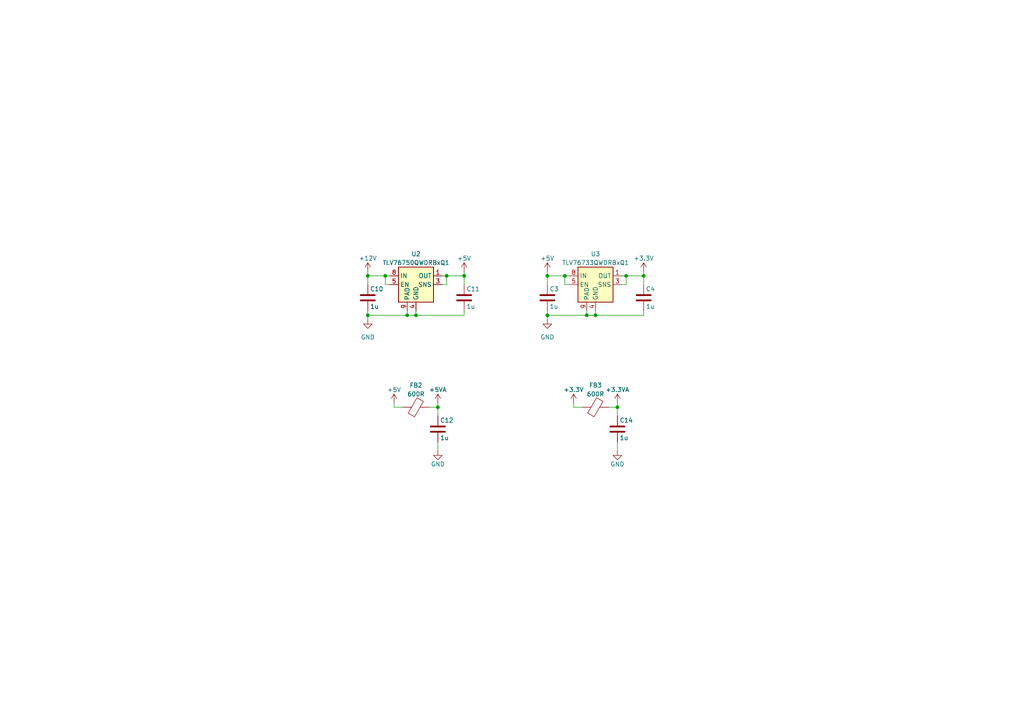
<source format=kicad_sch>
(kicad_sch (version 20230121) (generator eeschema)

  (uuid b025c74a-b116-49b1-a5dd-d4e98e3a08fc)

  (paper "A4")

  (title_block
    (title "Motor Control Brain Board")
    (rev "a")
  )

  (lib_symbols
    (symbol "Device:C" (pin_numbers hide) (pin_names (offset 0.254)) (in_bom yes) (on_board yes)
      (property "Reference" "C" (at 0.635 2.54 0)
        (effects (font (size 1.27 1.27)) (justify left))
      )
      (property "Value" "C" (at 0.635 -2.54 0)
        (effects (font (size 1.27 1.27)) (justify left))
      )
      (property "Footprint" "" (at 0.9652 -3.81 0)
        (effects (font (size 1.27 1.27)) hide)
      )
      (property "Datasheet" "~" (at 0 0 0)
        (effects (font (size 1.27 1.27)) hide)
      )
      (property "ki_keywords" "cap capacitor" (at 0 0 0)
        (effects (font (size 1.27 1.27)) hide)
      )
      (property "ki_description" "Unpolarized capacitor" (at 0 0 0)
        (effects (font (size 1.27 1.27)) hide)
      )
      (property "ki_fp_filters" "C_*" (at 0 0 0)
        (effects (font (size 1.27 1.27)) hide)
      )
      (symbol "C_0_1"
        (polyline
          (pts
            (xy -2.032 -0.762)
            (xy 2.032 -0.762)
          )
          (stroke (width 0.508) (type default))
          (fill (type none))
        )
        (polyline
          (pts
            (xy -2.032 0.762)
            (xy 2.032 0.762)
          )
          (stroke (width 0.508) (type default))
          (fill (type none))
        )
      )
      (symbol "C_1_1"
        (pin passive line (at 0 3.81 270) (length 2.794)
          (name "~" (effects (font (size 1.27 1.27))))
          (number "1" (effects (font (size 1.27 1.27))))
        )
        (pin passive line (at 0 -3.81 90) (length 2.794)
          (name "~" (effects (font (size 1.27 1.27))))
          (number "2" (effects (font (size 1.27 1.27))))
        )
      )
    )
    (symbol "Device:FerriteBead" (pin_numbers hide) (pin_names (offset 0)) (in_bom yes) (on_board yes)
      (property "Reference" "FB" (at -3.81 0.635 90)
        (effects (font (size 1.27 1.27)))
      )
      (property "Value" "FerriteBead" (at 3.81 0 90)
        (effects (font (size 1.27 1.27)))
      )
      (property "Footprint" "" (at -1.778 0 90)
        (effects (font (size 1.27 1.27)) hide)
      )
      (property "Datasheet" "~" (at 0 0 0)
        (effects (font (size 1.27 1.27)) hide)
      )
      (property "ki_keywords" "L ferrite bead inductor filter" (at 0 0 0)
        (effects (font (size 1.27 1.27)) hide)
      )
      (property "ki_description" "Ferrite bead" (at 0 0 0)
        (effects (font (size 1.27 1.27)) hide)
      )
      (property "ki_fp_filters" "Inductor_* L_* *Ferrite*" (at 0 0 0)
        (effects (font (size 1.27 1.27)) hide)
      )
      (symbol "FerriteBead_0_1"
        (polyline
          (pts
            (xy 0 -1.27)
            (xy 0 -1.2192)
          )
          (stroke (width 0) (type default))
          (fill (type none))
        )
        (polyline
          (pts
            (xy 0 1.27)
            (xy 0 1.2954)
          )
          (stroke (width 0) (type default))
          (fill (type none))
        )
        (polyline
          (pts
            (xy -2.7686 0.4064)
            (xy -1.7018 2.2606)
            (xy 2.7686 -0.3048)
            (xy 1.6764 -2.159)
            (xy -2.7686 0.4064)
          )
          (stroke (width 0) (type default))
          (fill (type none))
        )
      )
      (symbol "FerriteBead_1_1"
        (pin passive line (at 0 3.81 270) (length 2.54)
          (name "~" (effects (font (size 1.27 1.27))))
          (number "1" (effects (font (size 1.27 1.27))))
        )
        (pin passive line (at 0 -3.81 90) (length 2.54)
          (name "~" (effects (font (size 1.27 1.27))))
          (number "2" (effects (font (size 1.27 1.27))))
        )
      )
    )
    (symbol "Regulator_Linear:TLV76733QWDRBxQ1" (in_bom yes) (on_board yes)
      (property "Reference" "U" (at 0 8.89 0)
        (effects (font (size 1.27 1.27)))
      )
      (property "Value" "TLV76733QWDRBxQ1" (at 0 6.35 0)
        (effects (font (size 1.27 1.27)))
      )
      (property "Footprint" "Package_SON:VSON-8-1EP_3x3mm_P0.65mm_EP1.65x2.4mm" (at 0 11.43 0)
        (effects (font (size 1.27 1.27)) hide)
      )
      (property "Datasheet" "www.ti.com/lit/gpn/TLV767-q1" (at -1.27 0 0)
        (effects (font (size 1.27 1.27)) hide)
      )
      (property "ki_keywords" "1A 16V Precision Linear Voltage Regulator" (at 0 0 0)
        (effects (font (size 1.27 1.27)) hide)
      )
      (property "ki_description" "1A, 16V Precision Linear Voltage Regulator, with enable pin, Fixed Output 3.3V, VSON-8" (at 0 0 0)
        (effects (font (size 1.27 1.27)) hide)
      )
      (property "ki_fp_filters" "VSON*1EP*3x3mm*P0.65mm*" (at 0 0 0)
        (effects (font (size 1.27 1.27)) hide)
      )
      (symbol "TLV76733QWDRBxQ1_0_1"
        (rectangle (start -5.08 5.08) (end 5.08 -5.08)
          (stroke (width 0.254) (type default))
          (fill (type background))
        )
      )
      (symbol "TLV76733QWDRBxQ1_1_1"
        (pin power_out line (at 7.62 2.54 180) (length 2.54)
          (name "OUT" (effects (font (size 1.27 1.27))))
          (number "1" (effects (font (size 1.27 1.27))))
        )
        (pin no_connect line (at 5.08 -2.54 180) (length 2.54) hide
          (name "NC" (effects (font (size 1.27 1.27))))
          (number "2" (effects (font (size 1.27 1.27))))
        )
        (pin input line (at 7.62 0 180) (length 2.54)
          (name "SNS" (effects (font (size 1.27 1.27))))
          (number "3" (effects (font (size 1.27 1.27))))
        )
        (pin power_in line (at 0 -7.62 90) (length 2.54)
          (name "GND" (effects (font (size 1.27 1.27))))
          (number "4" (effects (font (size 1.27 1.27))))
        )
        (pin input line (at -7.62 0 0) (length 2.54)
          (name "EN" (effects (font (size 1.27 1.27))))
          (number "5" (effects (font (size 1.27 1.27))))
        )
        (pin passive line (at 0 -7.62 90) (length 2.54) hide
          (name "GND" (effects (font (size 1.27 1.27))))
          (number "6" (effects (font (size 1.27 1.27))))
        )
        (pin no_connect line (at -5.08 -2.54 0) (length 2.54) hide
          (name "NC" (effects (font (size 1.27 1.27))))
          (number "7" (effects (font (size 1.27 1.27))))
        )
        (pin power_in line (at -7.62 2.54 0) (length 2.54)
          (name "IN" (effects (font (size 1.27 1.27))))
          (number "8" (effects (font (size 1.27 1.27))))
        )
        (pin passive line (at -2.54 -7.62 90) (length 2.54)
          (name "PAD" (effects (font (size 1.27 1.27))))
          (number "9" (effects (font (size 1.27 1.27))))
        )
      )
    )
    (symbol "Regulator_Linear:TLV76750QWDRBxQ1" (in_bom yes) (on_board yes)
      (property "Reference" "U" (at 0 8.89 0)
        (effects (font (size 1.27 1.27)))
      )
      (property "Value" "TLV76750QWDRBxQ1" (at 0 6.35 0)
        (effects (font (size 1.27 1.27)))
      )
      (property "Footprint" "Package_SON:VSON-8-1EP_3x3mm_P0.65mm_EP1.65x2.4mm" (at 0 11.43 0)
        (effects (font (size 1.27 1.27)) hide)
      )
      (property "Datasheet" "www.ti.com/lit/gpn/TLV767-q1" (at -1.27 0 0)
        (effects (font (size 1.27 1.27)) hide)
      )
      (property "ki_keywords" "1A 16V Precision Linear Voltage Regulator" (at 0 0 0)
        (effects (font (size 1.27 1.27)) hide)
      )
      (property "ki_description" "1A, 16V Precision Linear Voltage Regulator, with enable pin, Fixed Output 5.0V, VSON-8" (at 0 0 0)
        (effects (font (size 1.27 1.27)) hide)
      )
      (property "ki_fp_filters" "VSON*1EP*3x3mm*P0.65mm*" (at 0 0 0)
        (effects (font (size 1.27 1.27)) hide)
      )
      (symbol "TLV76750QWDRBxQ1_0_1"
        (rectangle (start -5.08 5.08) (end 5.08 -5.08)
          (stroke (width 0.254) (type default))
          (fill (type background))
        )
      )
      (symbol "TLV76750QWDRBxQ1_1_1"
        (pin power_out line (at 7.62 2.54 180) (length 2.54)
          (name "OUT" (effects (font (size 1.27 1.27))))
          (number "1" (effects (font (size 1.27 1.27))))
        )
        (pin no_connect line (at 5.08 -2.54 180) (length 2.54) hide
          (name "NC" (effects (font (size 1.27 1.27))))
          (number "2" (effects (font (size 1.27 1.27))))
        )
        (pin input line (at 7.62 0 180) (length 2.54)
          (name "SNS" (effects (font (size 1.27 1.27))))
          (number "3" (effects (font (size 1.27 1.27))))
        )
        (pin power_in line (at 0 -7.62 90) (length 2.54)
          (name "GND" (effects (font (size 1.27 1.27))))
          (number "4" (effects (font (size 1.27 1.27))))
        )
        (pin input line (at -7.62 0 0) (length 2.54)
          (name "EN" (effects (font (size 1.27 1.27))))
          (number "5" (effects (font (size 1.27 1.27))))
        )
        (pin passive line (at 0 -7.62 90) (length 2.54) hide
          (name "GND" (effects (font (size 1.27 1.27))))
          (number "6" (effects (font (size 1.27 1.27))))
        )
        (pin no_connect line (at -5.08 -2.54 0) (length 2.54) hide
          (name "NC" (effects (font (size 1.27 1.27))))
          (number "7" (effects (font (size 1.27 1.27))))
        )
        (pin power_in line (at -7.62 2.54 0) (length 2.54)
          (name "IN" (effects (font (size 1.27 1.27))))
          (number "8" (effects (font (size 1.27 1.27))))
        )
        (pin passive line (at -2.54 -7.62 90) (length 2.54)
          (name "PAD" (effects (font (size 1.27 1.27))))
          (number "9" (effects (font (size 1.27 1.27))))
        )
      )
    )
    (symbol "power:+12V" (power) (pin_names (offset 0)) (in_bom yes) (on_board yes)
      (property "Reference" "#PWR" (at 0 -3.81 0)
        (effects (font (size 1.27 1.27)) hide)
      )
      (property "Value" "+12V" (at 0 3.556 0)
        (effects (font (size 1.27 1.27)))
      )
      (property "Footprint" "" (at 0 0 0)
        (effects (font (size 1.27 1.27)) hide)
      )
      (property "Datasheet" "" (at 0 0 0)
        (effects (font (size 1.27 1.27)) hide)
      )
      (property "ki_keywords" "global power" (at 0 0 0)
        (effects (font (size 1.27 1.27)) hide)
      )
      (property "ki_description" "Power symbol creates a global label with name \"+12V\"" (at 0 0 0)
        (effects (font (size 1.27 1.27)) hide)
      )
      (symbol "+12V_0_1"
        (polyline
          (pts
            (xy -0.762 1.27)
            (xy 0 2.54)
          )
          (stroke (width 0) (type default))
          (fill (type none))
        )
        (polyline
          (pts
            (xy 0 0)
            (xy 0 2.54)
          )
          (stroke (width 0) (type default))
          (fill (type none))
        )
        (polyline
          (pts
            (xy 0 2.54)
            (xy 0.762 1.27)
          )
          (stroke (width 0) (type default))
          (fill (type none))
        )
      )
      (symbol "+12V_1_1"
        (pin power_in line (at 0 0 90) (length 0) hide
          (name "+12V" (effects (font (size 1.27 1.27))))
          (number "1" (effects (font (size 1.27 1.27))))
        )
      )
    )
    (symbol "power:+3.3V" (power) (pin_names (offset 0)) (in_bom yes) (on_board yes)
      (property "Reference" "#PWR" (at 0 -3.81 0)
        (effects (font (size 1.27 1.27)) hide)
      )
      (property "Value" "+3.3V" (at 0 3.556 0)
        (effects (font (size 1.27 1.27)))
      )
      (property "Footprint" "" (at 0 0 0)
        (effects (font (size 1.27 1.27)) hide)
      )
      (property "Datasheet" "" (at 0 0 0)
        (effects (font (size 1.27 1.27)) hide)
      )
      (property "ki_keywords" "global power" (at 0 0 0)
        (effects (font (size 1.27 1.27)) hide)
      )
      (property "ki_description" "Power symbol creates a global label with name \"+3.3V\"" (at 0 0 0)
        (effects (font (size 1.27 1.27)) hide)
      )
      (symbol "+3.3V_0_1"
        (polyline
          (pts
            (xy -0.762 1.27)
            (xy 0 2.54)
          )
          (stroke (width 0) (type default))
          (fill (type none))
        )
        (polyline
          (pts
            (xy 0 0)
            (xy 0 2.54)
          )
          (stroke (width 0) (type default))
          (fill (type none))
        )
        (polyline
          (pts
            (xy 0 2.54)
            (xy 0.762 1.27)
          )
          (stroke (width 0) (type default))
          (fill (type none))
        )
      )
      (symbol "+3.3V_1_1"
        (pin power_in line (at 0 0 90) (length 0) hide
          (name "+3.3V" (effects (font (size 1.27 1.27))))
          (number "1" (effects (font (size 1.27 1.27))))
        )
      )
    )
    (symbol "power:+3.3VA" (power) (pin_names (offset 0)) (in_bom yes) (on_board yes)
      (property "Reference" "#PWR" (at 0 -3.81 0)
        (effects (font (size 1.27 1.27)) hide)
      )
      (property "Value" "+3.3VA" (at 0 3.556 0)
        (effects (font (size 1.27 1.27)))
      )
      (property "Footprint" "" (at 0 0 0)
        (effects (font (size 1.27 1.27)) hide)
      )
      (property "Datasheet" "" (at 0 0 0)
        (effects (font (size 1.27 1.27)) hide)
      )
      (property "ki_keywords" "global power" (at 0 0 0)
        (effects (font (size 1.27 1.27)) hide)
      )
      (property "ki_description" "Power symbol creates a global label with name \"+3.3VA\"" (at 0 0 0)
        (effects (font (size 1.27 1.27)) hide)
      )
      (symbol "+3.3VA_0_1"
        (polyline
          (pts
            (xy -0.762 1.27)
            (xy 0 2.54)
          )
          (stroke (width 0) (type default))
          (fill (type none))
        )
        (polyline
          (pts
            (xy 0 0)
            (xy 0 2.54)
          )
          (stroke (width 0) (type default))
          (fill (type none))
        )
        (polyline
          (pts
            (xy 0 2.54)
            (xy 0.762 1.27)
          )
          (stroke (width 0) (type default))
          (fill (type none))
        )
      )
      (symbol "+3.3VA_1_1"
        (pin power_in line (at 0 0 90) (length 0) hide
          (name "+3.3VA" (effects (font (size 1.27 1.27))))
          (number "1" (effects (font (size 1.27 1.27))))
        )
      )
    )
    (symbol "power:+5V" (power) (pin_names (offset 0)) (in_bom yes) (on_board yes)
      (property "Reference" "#PWR" (at 0 -3.81 0)
        (effects (font (size 1.27 1.27)) hide)
      )
      (property "Value" "+5V" (at 0 3.556 0)
        (effects (font (size 1.27 1.27)))
      )
      (property "Footprint" "" (at 0 0 0)
        (effects (font (size 1.27 1.27)) hide)
      )
      (property "Datasheet" "" (at 0 0 0)
        (effects (font (size 1.27 1.27)) hide)
      )
      (property "ki_keywords" "global power" (at 0 0 0)
        (effects (font (size 1.27 1.27)) hide)
      )
      (property "ki_description" "Power symbol creates a global label with name \"+5V\"" (at 0 0 0)
        (effects (font (size 1.27 1.27)) hide)
      )
      (symbol "+5V_0_1"
        (polyline
          (pts
            (xy -0.762 1.27)
            (xy 0 2.54)
          )
          (stroke (width 0) (type default))
          (fill (type none))
        )
        (polyline
          (pts
            (xy 0 0)
            (xy 0 2.54)
          )
          (stroke (width 0) (type default))
          (fill (type none))
        )
        (polyline
          (pts
            (xy 0 2.54)
            (xy 0.762 1.27)
          )
          (stroke (width 0) (type default))
          (fill (type none))
        )
      )
      (symbol "+5V_1_1"
        (pin power_in line (at 0 0 90) (length 0) hide
          (name "+5V" (effects (font (size 1.27 1.27))))
          (number "1" (effects (font (size 1.27 1.27))))
        )
      )
    )
    (symbol "power:+5VA" (power) (pin_names (offset 0)) (in_bom yes) (on_board yes)
      (property "Reference" "#PWR" (at 0 -3.81 0)
        (effects (font (size 1.27 1.27)) hide)
      )
      (property "Value" "+5VA" (at 0 3.556 0)
        (effects (font (size 1.27 1.27)))
      )
      (property "Footprint" "" (at 0 0 0)
        (effects (font (size 1.27 1.27)) hide)
      )
      (property "Datasheet" "" (at 0 0 0)
        (effects (font (size 1.27 1.27)) hide)
      )
      (property "ki_keywords" "global power" (at 0 0 0)
        (effects (font (size 1.27 1.27)) hide)
      )
      (property "ki_description" "Power symbol creates a global label with name \"+5VA\"" (at 0 0 0)
        (effects (font (size 1.27 1.27)) hide)
      )
      (symbol "+5VA_0_1"
        (polyline
          (pts
            (xy -0.762 1.27)
            (xy 0 2.54)
          )
          (stroke (width 0) (type default))
          (fill (type none))
        )
        (polyline
          (pts
            (xy 0 0)
            (xy 0 2.54)
          )
          (stroke (width 0) (type default))
          (fill (type none))
        )
        (polyline
          (pts
            (xy 0 2.54)
            (xy 0.762 1.27)
          )
          (stroke (width 0) (type default))
          (fill (type none))
        )
      )
      (symbol "+5VA_1_1"
        (pin power_in line (at 0 0 90) (length 0) hide
          (name "+5VA" (effects (font (size 1.27 1.27))))
          (number "1" (effects (font (size 1.27 1.27))))
        )
      )
    )
    (symbol "power:GND" (power) (pin_names (offset 0)) (in_bom yes) (on_board yes)
      (property "Reference" "#PWR" (at 0 -6.35 0)
        (effects (font (size 1.27 1.27)) hide)
      )
      (property "Value" "GND" (at 0 -3.81 0)
        (effects (font (size 1.27 1.27)))
      )
      (property "Footprint" "" (at 0 0 0)
        (effects (font (size 1.27 1.27)) hide)
      )
      (property "Datasheet" "" (at 0 0 0)
        (effects (font (size 1.27 1.27)) hide)
      )
      (property "ki_keywords" "global power" (at 0 0 0)
        (effects (font (size 1.27 1.27)) hide)
      )
      (property "ki_description" "Power symbol creates a global label with name \"GND\" , ground" (at 0 0 0)
        (effects (font (size 1.27 1.27)) hide)
      )
      (symbol "GND_0_1"
        (polyline
          (pts
            (xy 0 0)
            (xy 0 -1.27)
            (xy 1.27 -1.27)
            (xy 0 -2.54)
            (xy -1.27 -1.27)
            (xy 0 -1.27)
          )
          (stroke (width 0) (type default))
          (fill (type none))
        )
      )
      (symbol "GND_1_1"
        (pin power_in line (at 0 0 270) (length 0) hide
          (name "GND" (effects (font (size 1.27 1.27))))
          (number "1" (effects (font (size 1.27 1.27))))
        )
      )
    )
  )

  (junction (at 120.65 91.44) (diameter 0) (color 0 0 0 0)
    (uuid 01690019-f7d4-4e2c-a648-411eaa8d9e9c)
  )
  (junction (at 181.61 80.01) (diameter 0) (color 0 0 0 0)
    (uuid 0f441ec5-b6db-4192-8c92-9b8aeee02947)
  )
  (junction (at 158.75 91.44) (diameter 0) (color 0 0 0 0)
    (uuid 24ff7d2e-f249-448e-bf12-a7d646f831ba)
  )
  (junction (at 186.69 80.01) (diameter 0) (color 0 0 0 0)
    (uuid 40b9652b-3751-457a-846c-b9a37530c075)
  )
  (junction (at 163.83 80.01) (diameter 0) (color 0 0 0 0)
    (uuid 42ca38cf-0c03-4470-bf62-a5548f86f302)
  )
  (junction (at 172.72 91.44) (diameter 0) (color 0 0 0 0)
    (uuid 67544b13-2c0e-4152-a3d6-62ebb484d62f)
  )
  (junction (at 127 118.11) (diameter 0) (color 0 0 0 0)
    (uuid 69ccdf1e-8b30-4467-b579-c46f5cdb2fb4)
  )
  (junction (at 129.54 80.01) (diameter 0) (color 0 0 0 0)
    (uuid 75a1f189-acfe-4e2a-8c87-3d257a9c4cc3)
  )
  (junction (at 134.62 80.01) (diameter 0) (color 0 0 0 0)
    (uuid 7a32f9d6-432b-4284-9376-df98d38e47e8)
  )
  (junction (at 170.18 91.44) (diameter 0) (color 0 0 0 0)
    (uuid a76f7b89-178e-432d-9dce-e00139bae0d3)
  )
  (junction (at 118.11 91.44) (diameter 0) (color 0 0 0 0)
    (uuid ad87dcf3-b9ce-4a34-bf8e-454e8d9ff46e)
  )
  (junction (at 106.68 91.44) (diameter 0) (color 0 0 0 0)
    (uuid b719751e-02ef-4ce0-b18a-934df7798b92)
  )
  (junction (at 158.75 80.01) (diameter 0) (color 0 0 0 0)
    (uuid b8075a70-4767-4587-a57d-b97c4750914b)
  )
  (junction (at 111.76 80.01) (diameter 0) (color 0 0 0 0)
    (uuid bc275870-8548-4e10-a96c-4068590177a3)
  )
  (junction (at 179.07 118.11) (diameter 0) (color 0 0 0 0)
    (uuid d23d4e0e-4d7d-4090-b02a-28494589c119)
  )
  (junction (at 106.68 80.01) (diameter 0) (color 0 0 0 0)
    (uuid ff08a697-f741-4fd2-85aa-1b36432e2c3b)
  )

  (wire (pts (xy 172.72 91.44) (xy 186.69 91.44))
    (stroke (width 0) (type default))
    (uuid 030adb97-ae23-4704-be56-3618b4b4e45e)
  )
  (wire (pts (xy 124.46 118.11) (xy 127 118.11))
    (stroke (width 0) (type default))
    (uuid 07191e52-8053-4be1-b096-ae570896149a)
  )
  (wire (pts (xy 158.75 82.55) (xy 158.75 80.01))
    (stroke (width 0) (type default))
    (uuid 0bd0a72e-a681-4a51-89be-1e608e298c32)
  )
  (wire (pts (xy 106.68 90.17) (xy 106.68 91.44))
    (stroke (width 0) (type default))
    (uuid 112d1e9c-df9a-4696-a6fe-36f4df453021)
  )
  (wire (pts (xy 118.11 90.17) (xy 118.11 91.44))
    (stroke (width 0) (type default))
    (uuid 16b5a5f7-3efc-4c44-8a84-4bb2de7071e9)
  )
  (wire (pts (xy 111.76 82.55) (xy 113.03 82.55))
    (stroke (width 0) (type default))
    (uuid 21d7262b-a2de-4164-aa14-3ee028af3924)
  )
  (wire (pts (xy 163.83 80.01) (xy 163.83 82.55))
    (stroke (width 0) (type default))
    (uuid 258b21b1-b8c2-407e-b1cc-7a5fb495ad0f)
  )
  (wire (pts (xy 127 116.84) (xy 127 118.11))
    (stroke (width 0) (type default))
    (uuid 25e06329-8048-4382-8890-f402ad3b9630)
  )
  (wire (pts (xy 114.3 118.11) (xy 116.84 118.11))
    (stroke (width 0) (type default))
    (uuid 2f245f2c-a00b-4b42-bbf9-68644d20acb1)
  )
  (wire (pts (xy 111.76 80.01) (xy 113.03 80.01))
    (stroke (width 0) (type default))
    (uuid 38af51f3-ecc4-4fb8-b035-878b58ad5878)
  )
  (wire (pts (xy 181.61 82.55) (xy 180.34 82.55))
    (stroke (width 0) (type default))
    (uuid 415b0ba3-92df-463e-8e35-1ac688e66059)
  )
  (wire (pts (xy 128.27 80.01) (xy 129.54 80.01))
    (stroke (width 0) (type default))
    (uuid 45c46eca-a5f1-435a-b97d-ae67a7f5dc84)
  )
  (wire (pts (xy 134.62 78.74) (xy 134.62 80.01))
    (stroke (width 0) (type default))
    (uuid 487b4b71-aca3-42a0-b387-256b44c9029a)
  )
  (wire (pts (xy 180.34 80.01) (xy 181.61 80.01))
    (stroke (width 0) (type default))
    (uuid 4dbd8a0d-754b-4f65-9f96-c411f06874a7)
  )
  (wire (pts (xy 158.75 78.74) (xy 158.75 80.01))
    (stroke (width 0) (type default))
    (uuid 53787b03-7ed9-46bf-8c18-348b91edc0df)
  )
  (wire (pts (xy 158.75 90.17) (xy 158.75 91.44))
    (stroke (width 0) (type default))
    (uuid 5cba650b-5799-426b-80f6-d4446926c39b)
  )
  (wire (pts (xy 106.68 82.55) (xy 106.68 80.01))
    (stroke (width 0) (type default))
    (uuid 5ce61f66-ea72-4576-bb1b-127abab0f344)
  )
  (wire (pts (xy 158.75 92.71) (xy 158.75 91.44))
    (stroke (width 0) (type default))
    (uuid 61732b0c-eb9c-48bf-9008-aa8fcccd4193)
  )
  (wire (pts (xy 179.07 128.27) (xy 179.07 130.81))
    (stroke (width 0) (type default))
    (uuid 653ea7f3-8c24-4f50-80b1-418730442af7)
  )
  (wire (pts (xy 120.65 90.17) (xy 120.65 91.44))
    (stroke (width 0) (type default))
    (uuid 6580f3c1-3d99-4a88-b008-bfb3504d056a)
  )
  (wire (pts (xy 106.68 91.44) (xy 118.11 91.44))
    (stroke (width 0) (type default))
    (uuid 67265074-ec72-471c-86fd-0980ee4d929a)
  )
  (wire (pts (xy 134.62 82.55) (xy 134.62 80.01))
    (stroke (width 0) (type default))
    (uuid 69c3ecce-a7fc-40ef-ab14-3409dc1cafe4)
  )
  (wire (pts (xy 186.69 82.55) (xy 186.69 80.01))
    (stroke (width 0) (type default))
    (uuid 6b4351f7-2dd0-4726-8d63-f4838985a44a)
  )
  (wire (pts (xy 134.62 91.44) (xy 134.62 90.17))
    (stroke (width 0) (type default))
    (uuid 6c60ed38-fe98-4848-86d2-28638e36371b)
  )
  (wire (pts (xy 129.54 80.01) (xy 134.62 80.01))
    (stroke (width 0) (type default))
    (uuid 6d270f6c-70b0-4c82-81ef-84d3cce94080)
  )
  (wire (pts (xy 163.83 82.55) (xy 165.1 82.55))
    (stroke (width 0) (type default))
    (uuid 6da1d517-793c-4aa8-87fa-e1afa46cb37a)
  )
  (wire (pts (xy 129.54 82.55) (xy 128.27 82.55))
    (stroke (width 0) (type default))
    (uuid 6de18682-85c5-43c7-89da-4f7ad98fe4da)
  )
  (wire (pts (xy 106.68 78.74) (xy 106.68 80.01))
    (stroke (width 0) (type default))
    (uuid 7130648d-bd42-4482-a579-2c8fab006702)
  )
  (wire (pts (xy 127 128.27) (xy 127 130.81))
    (stroke (width 0) (type default))
    (uuid 75558cee-5a99-4dcc-8c99-b6ada896add6)
  )
  (wire (pts (xy 181.61 82.55) (xy 181.61 80.01))
    (stroke (width 0) (type default))
    (uuid 759565e8-6a7f-4845-a470-5713df9b4853)
  )
  (wire (pts (xy 166.37 116.84) (xy 166.37 118.11))
    (stroke (width 0) (type default))
    (uuid 7b814055-2fe7-46d2-aa16-8ac81942fba7)
  )
  (wire (pts (xy 176.53 118.11) (xy 179.07 118.11))
    (stroke (width 0) (type default))
    (uuid 8afb982c-a57f-41ba-be82-f7b02fa7af22)
  )
  (wire (pts (xy 163.83 80.01) (xy 165.1 80.01))
    (stroke (width 0) (type default))
    (uuid 8b8a5921-2480-4af6-b1df-cd1bbdec67bb)
  )
  (wire (pts (xy 186.69 78.74) (xy 186.69 80.01))
    (stroke (width 0) (type default))
    (uuid 8e085fe8-e8de-441d-b86d-ca6aa43347b5)
  )
  (wire (pts (xy 179.07 120.65) (xy 179.07 118.11))
    (stroke (width 0) (type default))
    (uuid 99a9d9ab-b4c6-4ddf-8f2a-b5ebba3be2d7)
  )
  (wire (pts (xy 106.68 91.44) (xy 106.68 92.71))
    (stroke (width 0) (type default))
    (uuid 9cb039ba-6c1b-4f39-95a2-fba6ecc256d5)
  )
  (wire (pts (xy 158.75 80.01) (xy 163.83 80.01))
    (stroke (width 0) (type default))
    (uuid 9cc4635d-a17e-4c20-b484-25f24e4b5c15)
  )
  (wire (pts (xy 129.54 82.55) (xy 129.54 80.01))
    (stroke (width 0) (type default))
    (uuid 9fa56cce-a998-4763-b1c2-b173d15b868f)
  )
  (wire (pts (xy 111.76 80.01) (xy 111.76 82.55))
    (stroke (width 0) (type default))
    (uuid a2a134bf-0c6f-4ac3-bdfa-a14abb10f099)
  )
  (wire (pts (xy 172.72 90.17) (xy 172.72 91.44))
    (stroke (width 0) (type default))
    (uuid a5dbc272-bec2-44bd-8552-c6d71d5a47cc)
  )
  (wire (pts (xy 181.61 80.01) (xy 186.69 80.01))
    (stroke (width 0) (type default))
    (uuid b0736931-36d0-4646-bca3-965cc85899e2)
  )
  (wire (pts (xy 170.18 90.17) (xy 170.18 91.44))
    (stroke (width 0) (type default))
    (uuid b484ad54-77a0-41c0-bbbb-16e1370d7cc4)
  )
  (wire (pts (xy 186.69 91.44) (xy 186.69 90.17))
    (stroke (width 0) (type default))
    (uuid b64fad2f-e5e3-4bdd-93b6-dce76c7c78e5)
  )
  (wire (pts (xy 127 120.65) (xy 127 118.11))
    (stroke (width 0) (type default))
    (uuid bb44f610-1e05-4788-9965-121118c5d766)
  )
  (wire (pts (xy 166.37 118.11) (xy 168.91 118.11))
    (stroke (width 0) (type default))
    (uuid c45eb03d-c5e5-47f1-96ba-52a132b01ff4)
  )
  (wire (pts (xy 170.18 91.44) (xy 172.72 91.44))
    (stroke (width 0) (type default))
    (uuid d0d13757-9f9e-41c3-ac9c-85b8de05c8e0)
  )
  (wire (pts (xy 179.07 116.84) (xy 179.07 118.11))
    (stroke (width 0) (type default))
    (uuid d55ed5f7-e966-43ce-b93b-a4f154bd2870)
  )
  (wire (pts (xy 118.11 91.44) (xy 120.65 91.44))
    (stroke (width 0) (type default))
    (uuid d725d684-3cf5-47be-8f37-899c1219ef29)
  )
  (wire (pts (xy 158.75 91.44) (xy 170.18 91.44))
    (stroke (width 0) (type default))
    (uuid ddd9a65f-45c1-415f-9e74-4a7f65c04278)
  )
  (wire (pts (xy 106.68 80.01) (xy 111.76 80.01))
    (stroke (width 0) (type default))
    (uuid eaf6cb1e-5372-4dcb-90a6-31b6db235dcc)
  )
  (wire (pts (xy 120.65 91.44) (xy 134.62 91.44))
    (stroke (width 0) (type default))
    (uuid f9be7c70-066a-42c5-b743-4e31f0d3436e)
  )
  (wire (pts (xy 114.3 116.84) (xy 114.3 118.11))
    (stroke (width 0) (type default))
    (uuid fe940c91-2add-4de8-a8be-935a49409dea)
  )

  (symbol (lib_id "power:GND") (at 158.75 92.71 0) (unit 1)
    (in_bom yes) (on_board yes) (dnp no) (fields_autoplaced)
    (uuid 054a50f5-bf83-4fc0-bbaf-538c588d31f5)
    (property "Reference" "#PWR010" (at 158.75 99.06 0)
      (effects (font (size 1.27 1.27)) hide)
    )
    (property "Value" "GND" (at 158.75 97.79 0)
      (effects (font (size 1.27 1.27)))
    )
    (property "Footprint" "" (at 158.75 92.71 0)
      (effects (font (size 1.27 1.27)) hide)
    )
    (property "Datasheet" "" (at 158.75 92.71 0)
      (effects (font (size 1.27 1.27)) hide)
    )
    (pin "1" (uuid 098544e6-fb0d-485d-b84e-e50b8659b311))
    (instances
      (project "Motor_Control_Brain_Board"
        (path "/7261d109-8405-40e9-921c-d95f374a7164/7c6ead45-3ce7-43f6-9e97-34ba1b4aadfc"
          (reference "#PWR010") (unit 1)
        )
      )
    )
  )

  (symbol (lib_id "power:+3.3V") (at 166.37 116.84 0) (unit 1)
    (in_bom yes) (on_board yes) (dnp no)
    (uuid 0d7280c1-4c0c-4936-8db9-4ad7076b605c)
    (property "Reference" "#PWR04" (at 166.37 120.65 0)
      (effects (font (size 1.27 1.27)) hide)
    )
    (property "Value" "+3.3V" (at 166.37 113.03 0)
      (effects (font (size 1.27 1.27)))
    )
    (property "Footprint" "" (at 166.37 116.84 0)
      (effects (font (size 1.27 1.27)) hide)
    )
    (property "Datasheet" "" (at 166.37 116.84 0)
      (effects (font (size 1.27 1.27)) hide)
    )
    (pin "1" (uuid 71b544ca-f508-4d34-b124-e52362428bfb))
    (instances
      (project "Motor_Control_Brain_Board"
        (path "/7261d109-8405-40e9-921c-d95f374a7164/7c6ead45-3ce7-43f6-9e97-34ba1b4aadfc"
          (reference "#PWR04") (unit 1)
        )
      )
    )
  )

  (symbol (lib_id "Device:FerriteBead") (at 120.65 118.11 90) (unit 1)
    (in_bom yes) (on_board yes) (dnp no)
    (uuid 179d97b2-aa6d-40a5-85a7-56732db214c1)
    (property "Reference" "FB2" (at 120.65 111.76 90)
      (effects (font (size 1.27 1.27)))
    )
    (property "Value" "600R" (at 120.65 114.3 90)
      (effects (font (size 1.27 1.27)))
    )
    (property "Footprint" "" (at 120.65 119.888 90)
      (effects (font (size 1.27 1.27)) hide)
    )
    (property "Datasheet" "~" (at 120.65 118.11 0)
      (effects (font (size 1.27 1.27)) hide)
    )
    (pin "1" (uuid a3e3bb2e-b247-44f0-898b-9580513a307c))
    (pin "2" (uuid 591edd4a-a05a-4b53-b6a1-22d67a0b6e36))
    (instances
      (project "Motor_Control_Brain_Board"
        (path "/7261d109-8405-40e9-921c-d95f374a7164/7c6ead45-3ce7-43f6-9e97-34ba1b4aadfc"
          (reference "FB2") (unit 1)
        )
      )
    )
  )

  (symbol (lib_id "power:+5V") (at 134.62 78.74 0) (unit 1)
    (in_bom yes) (on_board yes) (dnp no)
    (uuid 19ca3161-bacb-4770-9042-48c5b68f88de)
    (property "Reference" "#PWR013" (at 134.62 82.55 0)
      (effects (font (size 1.27 1.27)) hide)
    )
    (property "Value" "+5V" (at 134.62 74.93 0)
      (effects (font (size 1.27 1.27)))
    )
    (property "Footprint" "" (at 134.62 78.74 0)
      (effects (font (size 1.27 1.27)) hide)
    )
    (property "Datasheet" "" (at 134.62 78.74 0)
      (effects (font (size 1.27 1.27)) hide)
    )
    (pin "1" (uuid 6bbdb4b2-a0a5-4501-96dc-de36b2b566f1))
    (instances
      (project "Motor_Control_Brain_Board"
        (path "/7261d109-8405-40e9-921c-d95f374a7164/7c6ead45-3ce7-43f6-9e97-34ba1b4aadfc"
          (reference "#PWR013") (unit 1)
        )
      )
    )
  )

  (symbol (lib_id "Regulator_Linear:TLV76733QWDRBxQ1") (at 172.72 82.55 0) (unit 1)
    (in_bom yes) (on_board yes) (dnp no)
    (uuid 35240ae4-2ef6-4313-89b2-db5af10bd5d6)
    (property "Reference" "U3" (at 172.72 73.66 0)
      (effects (font (size 1.27 1.27)))
    )
    (property "Value" "TLV76733QWDRBxQ1" (at 172.72 76.2 0)
      (effects (font (size 1.27 1.27)))
    )
    (property "Footprint" "Package_SON:VSON-8-1EP_3x3mm_P0.65mm_EP1.65x2.4mm" (at 172.72 71.12 0)
      (effects (font (size 1.27 1.27)) hide)
    )
    (property "Datasheet" "www.ti.com/lit/gpn/TLV767-q1" (at 171.45 82.55 0)
      (effects (font (size 1.27 1.27)) hide)
    )
    (pin "1" (uuid 3b4fda07-f25c-473c-b139-98082f0371b8))
    (pin "2" (uuid 431ce9fc-7039-4666-82d3-a4a99f451317))
    (pin "3" (uuid c60f9e6e-ca2e-4dc7-a684-10738a2a4e0f))
    (pin "4" (uuid 32cd054c-3274-4cae-a812-3d31c99fa3aa))
    (pin "5" (uuid e1f2cd81-6eb6-46db-9b89-b204307b2fdc))
    (pin "6" (uuid 1546552c-cda7-424e-a461-5b8f685a902c))
    (pin "7" (uuid 2773396b-5eb5-4b84-a850-118b035a5858))
    (pin "8" (uuid 753d785b-fc62-4035-8542-c77f4da2169e))
    (pin "9" (uuid 9c32d14d-545b-4be4-bf11-c50c02e7cb2a))
    (instances
      (project "Motor_Control_Brain_Board"
        (path "/7261d109-8405-40e9-921c-d95f374a7164/7c6ead45-3ce7-43f6-9e97-34ba1b4aadfc"
          (reference "U3") (unit 1)
        )
      )
    )
  )

  (symbol (lib_id "power:GND") (at 127 130.81 0) (unit 1)
    (in_bom yes) (on_board yes) (dnp no)
    (uuid 37d82795-22ab-49c1-9683-999c4ee625d0)
    (property "Reference" "#PWR05" (at 127 137.16 0)
      (effects (font (size 1.27 1.27)) hide)
    )
    (property "Value" "GND" (at 127 134.62 0)
      (effects (font (size 1.27 1.27)))
    )
    (property "Footprint" "" (at 127 130.81 0)
      (effects (font (size 1.27 1.27)) hide)
    )
    (property "Datasheet" "" (at 127 130.81 0)
      (effects (font (size 1.27 1.27)) hide)
    )
    (pin "1" (uuid bbfc69f8-50fc-4704-a44f-2f34b933cdf0))
    (instances
      (project "Motor_Control_Brain_Board"
        (path "/7261d109-8405-40e9-921c-d95f374a7164/7c6ead45-3ce7-43f6-9e97-34ba1b4aadfc"
          (reference "#PWR05") (unit 1)
        )
      )
    )
  )

  (symbol (lib_id "power:GND") (at 106.68 92.71 0) (unit 1)
    (in_bom yes) (on_board yes) (dnp no) (fields_autoplaced)
    (uuid 3ee939b4-4488-47d6-b197-ddb67837ca96)
    (property "Reference" "#PWR014" (at 106.68 99.06 0)
      (effects (font (size 1.27 1.27)) hide)
    )
    (property "Value" "GND" (at 106.68 97.79 0)
      (effects (font (size 1.27 1.27)))
    )
    (property "Footprint" "" (at 106.68 92.71 0)
      (effects (font (size 1.27 1.27)) hide)
    )
    (property "Datasheet" "" (at 106.68 92.71 0)
      (effects (font (size 1.27 1.27)) hide)
    )
    (pin "1" (uuid 93a09e66-66d3-494f-89cf-b501fd8aeafd))
    (instances
      (project "Motor_Control_Brain_Board"
        (path "/7261d109-8405-40e9-921c-d95f374a7164/7c6ead45-3ce7-43f6-9e97-34ba1b4aadfc"
          (reference "#PWR014") (unit 1)
        )
      )
    )
  )

  (symbol (lib_id "Device:C") (at 134.62 86.36 0) (unit 1)
    (in_bom yes) (on_board yes) (dnp no)
    (uuid 3ef5dc45-0032-4d22-ad97-cf9e093ffe30)
    (property "Reference" "C11" (at 135.255 83.82 0)
      (effects (font (size 1.27 1.27)) (justify left))
    )
    (property "Value" "1u" (at 135.255 88.9 0)
      (effects (font (size 1.27 1.27)) (justify left))
    )
    (property "Footprint" "" (at 135.5852 90.17 0)
      (effects (font (size 1.27 1.27)) hide)
    )
    (property "Datasheet" "~" (at 134.62 86.36 0)
      (effects (font (size 1.27 1.27)) hide)
    )
    (pin "1" (uuid ef5b5f79-515b-4d1f-b9e1-0f0b81ab50e7))
    (pin "2" (uuid 324802eb-c41f-4607-8b8a-64dc15c1fa79))
    (instances
      (project "Motor_Control_Brain_Board"
        (path "/7261d109-8405-40e9-921c-d95f374a7164/7c6ead45-3ce7-43f6-9e97-34ba1b4aadfc"
          (reference "C11") (unit 1)
        )
      )
    )
  )

  (symbol (lib_id "power:+3.3VA") (at 179.07 116.84 0) (unit 1)
    (in_bom yes) (on_board yes) (dnp no)
    (uuid 40189e24-4160-44a8-8101-ddac110edb3b)
    (property "Reference" "#PWR052" (at 179.07 120.65 0)
      (effects (font (size 1.27 1.27)) hide)
    )
    (property "Value" "+3.3VA" (at 179.07 113.03 0)
      (effects (font (size 1.27 1.27)))
    )
    (property "Footprint" "" (at 179.07 116.84 0)
      (effects (font (size 1.27 1.27)) hide)
    )
    (property "Datasheet" "" (at 179.07 116.84 0)
      (effects (font (size 1.27 1.27)) hide)
    )
    (pin "1" (uuid 56aac70e-ec4e-4877-a601-416497d52554))
    (instances
      (project "Motor_Control_Brain_Board"
        (path "/7261d109-8405-40e9-921c-d95f374a7164/7c6ead45-3ce7-43f6-9e97-34ba1b4aadfc"
          (reference "#PWR052") (unit 1)
        )
      )
    )
  )

  (symbol (lib_id "power:+5VA") (at 127 116.84 0) (unit 1)
    (in_bom yes) (on_board yes) (dnp no)
    (uuid 4b5dbe2b-bcc0-43c0-b657-191214b28154)
    (property "Reference" "#PWR022" (at 127 120.65 0)
      (effects (font (size 1.27 1.27)) hide)
    )
    (property "Value" "+5VA" (at 127 113.03 0)
      (effects (font (size 1.27 1.27)))
    )
    (property "Footprint" "" (at 127 116.84 0)
      (effects (font (size 1.27 1.27)) hide)
    )
    (property "Datasheet" "" (at 127 116.84 0)
      (effects (font (size 1.27 1.27)) hide)
    )
    (pin "1" (uuid 3de0356e-cc3d-454c-8fbe-e072ed22b358))
    (instances
      (project "Motor_Control_Brain_Board"
        (path "/7261d109-8405-40e9-921c-d95f374a7164/7c6ead45-3ce7-43f6-9e97-34ba1b4aadfc"
          (reference "#PWR022") (unit 1)
        )
      )
    )
  )

  (symbol (lib_id "power:+3.3V") (at 186.69 78.74 0) (unit 1)
    (in_bom yes) (on_board yes) (dnp no)
    (uuid 56e4fba6-e539-4e3b-909a-7da433ba0812)
    (property "Reference" "#PWR012" (at 186.69 82.55 0)
      (effects (font (size 1.27 1.27)) hide)
    )
    (property "Value" "+3.3V" (at 186.69 74.93 0)
      (effects (font (size 1.27 1.27)))
    )
    (property "Footprint" "" (at 186.69 78.74 0)
      (effects (font (size 1.27 1.27)) hide)
    )
    (property "Datasheet" "" (at 186.69 78.74 0)
      (effects (font (size 1.27 1.27)) hide)
    )
    (pin "1" (uuid 6921cd81-43f7-4478-a1e1-441ce2029f77))
    (instances
      (project "Motor_Control_Brain_Board"
        (path "/7261d109-8405-40e9-921c-d95f374a7164/7c6ead45-3ce7-43f6-9e97-34ba1b4aadfc"
          (reference "#PWR012") (unit 1)
        )
      )
    )
  )

  (symbol (lib_id "Device:C") (at 106.68 86.36 0) (unit 1)
    (in_bom yes) (on_board yes) (dnp no)
    (uuid 6b51d56c-d5e5-407c-88bd-682924d0a03e)
    (property "Reference" "C10" (at 107.315 83.82 0)
      (effects (font (size 1.27 1.27)) (justify left))
    )
    (property "Value" "1u" (at 107.315 88.9 0)
      (effects (font (size 1.27 1.27)) (justify left))
    )
    (property "Footprint" "" (at 107.6452 90.17 0)
      (effects (font (size 1.27 1.27)) hide)
    )
    (property "Datasheet" "~" (at 106.68 86.36 0)
      (effects (font (size 1.27 1.27)) hide)
    )
    (pin "1" (uuid 20e9d776-3bed-43dc-a673-4d093b534fc3))
    (pin "2" (uuid 0baaac63-102a-46ee-98dd-f8fdfedd8d63))
    (instances
      (project "Motor_Control_Brain_Board"
        (path "/7261d109-8405-40e9-921c-d95f374a7164/7c6ead45-3ce7-43f6-9e97-34ba1b4aadfc"
          (reference "C10") (unit 1)
        )
      )
    )
  )

  (symbol (lib_id "power:+5V") (at 114.3 116.84 0) (unit 1)
    (in_bom yes) (on_board yes) (dnp no)
    (uuid 737c1466-3673-4515-9ebd-9712cb273d0b)
    (property "Reference" "#PWR07" (at 114.3 120.65 0)
      (effects (font (size 1.27 1.27)) hide)
    )
    (property "Value" "+5V" (at 114.3 113.03 0)
      (effects (font (size 1.27 1.27)))
    )
    (property "Footprint" "" (at 114.3 116.84 0)
      (effects (font (size 1.27 1.27)) hide)
    )
    (property "Datasheet" "" (at 114.3 116.84 0)
      (effects (font (size 1.27 1.27)) hide)
    )
    (pin "1" (uuid 6ce468c8-c973-4c5d-8d42-b3934cf992b7))
    (instances
      (project "Motor_Control_Brain_Board"
        (path "/7261d109-8405-40e9-921c-d95f374a7164/7c6ead45-3ce7-43f6-9e97-34ba1b4aadfc"
          (reference "#PWR07") (unit 1)
        )
      )
    )
  )

  (symbol (lib_id "power:GND") (at 179.07 130.81 0) (unit 1)
    (in_bom yes) (on_board yes) (dnp no)
    (uuid 8f8d4bff-53b8-4c38-8eeb-388cab3cb238)
    (property "Reference" "#PWR015" (at 179.07 137.16 0)
      (effects (font (size 1.27 1.27)) hide)
    )
    (property "Value" "GND" (at 179.07 134.62 0)
      (effects (font (size 1.27 1.27)))
    )
    (property "Footprint" "" (at 179.07 130.81 0)
      (effects (font (size 1.27 1.27)) hide)
    )
    (property "Datasheet" "" (at 179.07 130.81 0)
      (effects (font (size 1.27 1.27)) hide)
    )
    (pin "1" (uuid a4aa3c5c-95b6-4115-b04c-587ee0894ca3))
    (instances
      (project "Motor_Control_Brain_Board"
        (path "/7261d109-8405-40e9-921c-d95f374a7164/7c6ead45-3ce7-43f6-9e97-34ba1b4aadfc"
          (reference "#PWR015") (unit 1)
        )
      )
    )
  )

  (symbol (lib_id "Device:C") (at 127 124.46 0) (unit 1)
    (in_bom yes) (on_board yes) (dnp no)
    (uuid 96fd2bb3-5054-4c35-a979-e88800c6c265)
    (property "Reference" "C12" (at 127.635 121.92 0)
      (effects (font (size 1.27 1.27)) (justify left))
    )
    (property "Value" "1u" (at 127.635 127 0)
      (effects (font (size 1.27 1.27)) (justify left))
    )
    (property "Footprint" "" (at 127.9652 128.27 0)
      (effects (font (size 1.27 1.27)) hide)
    )
    (property "Datasheet" "~" (at 127 124.46 0)
      (effects (font (size 1.27 1.27)) hide)
    )
    (pin "1" (uuid 9a401caf-2022-4cc2-94cd-9173cb27f240))
    (pin "2" (uuid 2b7eac29-fe04-4afc-a719-d4733d83d517))
    (instances
      (project "Motor_Control_Brain_Board"
        (path "/7261d109-8405-40e9-921c-d95f374a7164/7c6ead45-3ce7-43f6-9e97-34ba1b4aadfc"
          (reference "C12") (unit 1)
        )
      )
    )
  )

  (symbol (lib_id "power:+12V") (at 106.68 78.74 0) (unit 1)
    (in_bom yes) (on_board yes) (dnp no)
    (uuid a137770e-6af1-488c-b459-39ed62713672)
    (property "Reference" "#PWR053" (at 106.68 82.55 0)
      (effects (font (size 1.27 1.27)) hide)
    )
    (property "Value" "+12V" (at 106.68 74.93 0)
      (effects (font (size 1.27 1.27)))
    )
    (property "Footprint" "" (at 106.68 78.74 0)
      (effects (font (size 1.27 1.27)) hide)
    )
    (property "Datasheet" "" (at 106.68 78.74 0)
      (effects (font (size 1.27 1.27)) hide)
    )
    (pin "1" (uuid f8d0b3dd-b661-4af1-ae9a-4862f93b538c))
    (instances
      (project "Motor_Control_Brain_Board"
        (path "/7261d109-8405-40e9-921c-d95f374a7164/7c6ead45-3ce7-43f6-9e97-34ba1b4aadfc"
          (reference "#PWR053") (unit 1)
        )
      )
    )
  )

  (symbol (lib_id "Regulator_Linear:TLV76750QWDRBxQ1") (at 120.65 82.55 0) (unit 1)
    (in_bom yes) (on_board yes) (dnp no)
    (uuid a7350e2a-36d2-4ed1-8bca-85e22b15fcb2)
    (property "Reference" "U2" (at 120.65 73.66 0)
      (effects (font (size 1.27 1.27)))
    )
    (property "Value" "TLV76750QWDRBxQ1" (at 120.65 76.2 0)
      (effects (font (size 1.27 1.27)))
    )
    (property "Footprint" "Package_SON:VSON-8-1EP_3x3mm_P0.65mm_EP1.65x2.4mm" (at 120.65 71.12 0)
      (effects (font (size 1.27 1.27)) hide)
    )
    (property "Datasheet" "www.ti.com/lit/gpn/TLV767-q1" (at 119.38 82.55 0)
      (effects (font (size 1.27 1.27)) hide)
    )
    (pin "1" (uuid d71484a2-8c47-47a6-a426-d7a727517dff))
    (pin "2" (uuid f65645be-7106-4f06-bdde-576c4dcffd6e))
    (pin "3" (uuid 10f41bb1-2ae0-4d77-a15a-4cd4f2e9d640))
    (pin "4" (uuid a4087196-305e-49b5-87f4-f1288a088508))
    (pin "5" (uuid a841aac4-9b69-413e-85c3-04ec94344863))
    (pin "6" (uuid 304d670a-646b-457b-b241-ff13ae68402f))
    (pin "7" (uuid 165af3ed-1034-466b-a713-4b59fb2ef29e))
    (pin "8" (uuid 50f3e3ad-fd64-4df5-898d-c69bffd6c8e6))
    (pin "9" (uuid fb1ac201-9bb2-4d94-91a5-b58eba14be65))
    (instances
      (project "Motor_Control_Brain_Board"
        (path "/7261d109-8405-40e9-921c-d95f374a7164/7c6ead45-3ce7-43f6-9e97-34ba1b4aadfc"
          (reference "U2") (unit 1)
        )
      )
    )
  )

  (symbol (lib_id "Device:C") (at 158.75 86.36 0) (unit 1)
    (in_bom yes) (on_board yes) (dnp no)
    (uuid aaa40f32-dd33-4056-8474-c20ce7f2a0ab)
    (property "Reference" "C3" (at 159.385 83.82 0)
      (effects (font (size 1.27 1.27)) (justify left))
    )
    (property "Value" "1u" (at 159.385 88.9 0)
      (effects (font (size 1.27 1.27)) (justify left))
    )
    (property "Footprint" "" (at 159.7152 90.17 0)
      (effects (font (size 1.27 1.27)) hide)
    )
    (property "Datasheet" "~" (at 158.75 86.36 0)
      (effects (font (size 1.27 1.27)) hide)
    )
    (pin "1" (uuid 921efd6b-7ec9-461c-8afb-3c0ae27d2dfb))
    (pin "2" (uuid df7957f3-3c46-4ba5-b291-7be2714dd0f3))
    (instances
      (project "Motor_Control_Brain_Board"
        (path "/7261d109-8405-40e9-921c-d95f374a7164/7c6ead45-3ce7-43f6-9e97-34ba1b4aadfc"
          (reference "C3") (unit 1)
        )
      )
    )
  )

  (symbol (lib_id "Device:C") (at 179.07 124.46 0) (unit 1)
    (in_bom yes) (on_board yes) (dnp no)
    (uuid b60523b1-7334-4f02-9ac9-a91cec16168d)
    (property "Reference" "C14" (at 179.705 121.92 0)
      (effects (font (size 1.27 1.27)) (justify left))
    )
    (property "Value" "1u" (at 179.705 127 0)
      (effects (font (size 1.27 1.27)) (justify left))
    )
    (property "Footprint" "" (at 180.0352 128.27 0)
      (effects (font (size 1.27 1.27)) hide)
    )
    (property "Datasheet" "~" (at 179.07 124.46 0)
      (effects (font (size 1.27 1.27)) hide)
    )
    (pin "1" (uuid 343db416-dfbb-4474-bf49-a8cf2d12ec82))
    (pin "2" (uuid 38b93909-1ecf-43b4-94a5-db061adea262))
    (instances
      (project "Motor_Control_Brain_Board"
        (path "/7261d109-8405-40e9-921c-d95f374a7164/7c6ead45-3ce7-43f6-9e97-34ba1b4aadfc"
          (reference "C14") (unit 1)
        )
      )
    )
  )

  (symbol (lib_id "power:+5V") (at 158.75 78.74 0) (unit 1)
    (in_bom yes) (on_board yes) (dnp no)
    (uuid baa08421-32e8-43d5-bbe2-3783eab3e5a7)
    (property "Reference" "#PWR011" (at 158.75 82.55 0)
      (effects (font (size 1.27 1.27)) hide)
    )
    (property "Value" "+5V" (at 158.75 74.93 0)
      (effects (font (size 1.27 1.27)))
    )
    (property "Footprint" "" (at 158.75 78.74 0)
      (effects (font (size 1.27 1.27)) hide)
    )
    (property "Datasheet" "" (at 158.75 78.74 0)
      (effects (font (size 1.27 1.27)) hide)
    )
    (pin "1" (uuid 73aee1fb-66ad-4199-a453-78ecbfc643e5))
    (instances
      (project "Motor_Control_Brain_Board"
        (path "/7261d109-8405-40e9-921c-d95f374a7164/7c6ead45-3ce7-43f6-9e97-34ba1b4aadfc"
          (reference "#PWR011") (unit 1)
        )
      )
    )
  )

  (symbol (lib_id "Device:FerriteBead") (at 172.72 118.11 90) (unit 1)
    (in_bom yes) (on_board yes) (dnp no)
    (uuid bdc88080-5060-4bfe-a6c4-0351e320c2b5)
    (property "Reference" "FB3" (at 172.72 111.76 90)
      (effects (font (size 1.27 1.27)))
    )
    (property "Value" "600R" (at 172.72 114.3 90)
      (effects (font (size 1.27 1.27)))
    )
    (property "Footprint" "" (at 172.72 119.888 90)
      (effects (font (size 1.27 1.27)) hide)
    )
    (property "Datasheet" "~" (at 172.72 118.11 0)
      (effects (font (size 1.27 1.27)) hide)
    )
    (pin "1" (uuid dc33b5eb-bf54-4017-b317-6a1f8e03c889))
    (pin "2" (uuid f0327d44-4a9c-492c-bdf8-2f85ac930fd0))
    (instances
      (project "Motor_Control_Brain_Board"
        (path "/7261d109-8405-40e9-921c-d95f374a7164/7c6ead45-3ce7-43f6-9e97-34ba1b4aadfc"
          (reference "FB3") (unit 1)
        )
      )
    )
  )

  (symbol (lib_id "Device:C") (at 186.69 86.36 0) (unit 1)
    (in_bom yes) (on_board yes) (dnp no)
    (uuid e5cfcf5d-cc3f-400f-8721-af07fcbad1aa)
    (property "Reference" "C4" (at 187.325 83.82 0)
      (effects (font (size 1.27 1.27)) (justify left))
    )
    (property "Value" "1u" (at 187.325 88.9 0)
      (effects (font (size 1.27 1.27)) (justify left))
    )
    (property "Footprint" "" (at 187.6552 90.17 0)
      (effects (font (size 1.27 1.27)) hide)
    )
    (property "Datasheet" "~" (at 186.69 86.36 0)
      (effects (font (size 1.27 1.27)) hide)
    )
    (pin "1" (uuid f5ee994d-2582-4622-a09a-dbbe0e5ab2be))
    (pin "2" (uuid fb27f5ee-a478-4c28-b2b0-c0ca93493c65))
    (instances
      (project "Motor_Control_Brain_Board"
        (path "/7261d109-8405-40e9-921c-d95f374a7164/7c6ead45-3ce7-43f6-9e97-34ba1b4aadfc"
          (reference "C4") (unit 1)
        )
      )
    )
  )
)

</source>
